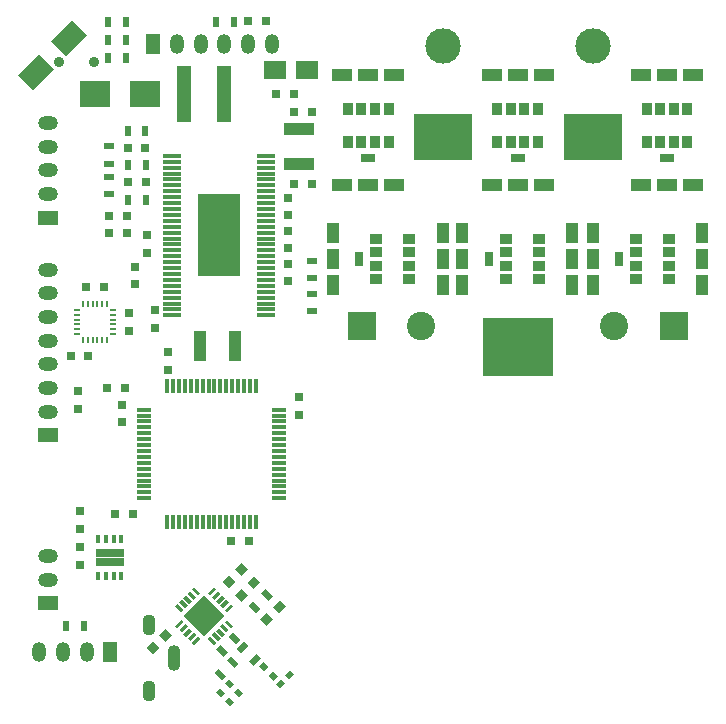
<source format=gts>
%TF.GenerationSoftware,KiCad,Pcbnew,4.0.7*%
%TF.CreationDate,2018-05-13T19:10:34+08:00*%
%TF.ProjectId,VESC_6,564553435F362E6B696361645F706362,A*%
%TF.FileFunction,Soldermask,Top*%
%FSLAX46Y46*%
G04 Gerber Fmt 4.6, Leading zero omitted, Abs format (unit mm)*
G04 Created by KiCad (PCBNEW 4.0.7) date 2018 May 13, Sunday 19:10:34*
%MOMM*%
%LPD*%
G01*
G04 APERTURE LIST*
%ADD10C,0.100000*%
%ADD11R,1.180000X4.700000*%
%ADD12R,1.699260X1.198880*%
%ADD13O,1.699260X1.198880*%
%ADD14R,1.000000X2.500000*%
%ADD15R,1.501140X0.299720*%
%ADD16R,3.599180X7.000240*%
%ADD17R,0.700000X1.300000*%
%ADD18R,1.100000X0.850000*%
%ADD19R,1.100000X1.700000*%
%ADD20R,1.300000X0.700000*%
%ADD21R,0.850000X1.100000*%
%ADD22R,1.700000X1.100000*%
%ADD23C,3.000000*%
%ADD24R,1.198880X1.699260*%
%ADD25O,1.198880X1.699260*%
%ADD26R,0.350000X0.650000*%
%ADD27R,1.200000X0.775000*%
%ADD28O,1.100000X1.800000*%
%ADD29O,1.100000X2.200000*%
%ADD30R,5.000000X4.000000*%
%ADD31R,0.800000X0.750000*%
%ADD32R,0.750000X0.800000*%
%ADD33R,0.900000X0.500000*%
%ADD34R,0.500000X0.900000*%
%ADD35R,2.500000X1.000000*%
%ADD36R,1.950000X1.500000*%
%ADD37R,2.400000X2.400000*%
%ADD38C,2.400000*%
%ADD39R,0.304800X1.193800*%
%ADD40R,1.193800X0.304800*%
%ADD41R,2.500000X2.300000*%
%ADD42R,6.000000X5.000000*%
%ADD43C,0.900000*%
%ADD44O,0.200000X0.550000*%
%ADD45O,0.550000X0.200000*%
G04 APERTURE END LIST*
D10*
D11*
X129532000Y-62230000D03*
X132842000Y-62230000D03*
D12*
X117983000Y-105349040D03*
D13*
X117983000Y-101346000D03*
X117983000Y-103347520D03*
D14*
X133834000Y-83566000D03*
X130834000Y-83566000D03*
D10*
G36*
X127929008Y-107506662D02*
X128459338Y-108036992D01*
X127893652Y-108602678D01*
X127363322Y-108072348D01*
X127929008Y-107506662D01*
X127929008Y-107506662D01*
G37*
G36*
X126868348Y-108567322D02*
X127398678Y-109097652D01*
X126832992Y-109663338D01*
X126302662Y-109133008D01*
X126868348Y-108567322D01*
X126868348Y-108567322D01*
G37*
G36*
X136484992Y-107250338D02*
X135954662Y-106720008D01*
X136520348Y-106154322D01*
X137050678Y-106684652D01*
X136484992Y-107250338D01*
X136484992Y-107250338D01*
G37*
G36*
X137545652Y-106189678D02*
X137015322Y-105659348D01*
X137581008Y-105093662D01*
X138111338Y-105623992D01*
X137545652Y-106189678D01*
X137545652Y-106189678D01*
G37*
G36*
X136405909Y-104130695D02*
X137042305Y-104767091D01*
X136688751Y-105120645D01*
X136052355Y-104484249D01*
X136405909Y-104130695D01*
X136405909Y-104130695D01*
G37*
G36*
X135345249Y-105191355D02*
X135981645Y-105827751D01*
X135628091Y-106181305D01*
X134991695Y-105544909D01*
X135345249Y-105191355D01*
X135345249Y-105191355D01*
G37*
D15*
X136461500Y-76471780D03*
X136461500Y-75971400D03*
X136461500Y-75471020D03*
X136461500Y-74970640D03*
X136461500Y-74470260D03*
X136461500Y-73972420D03*
X136461500Y-73472040D03*
X136461500Y-72971660D03*
X136461500Y-72471280D03*
X136461500Y-71970900D03*
X136461500Y-71470520D03*
X136461500Y-80970120D03*
X136461500Y-80472280D03*
X136461500Y-79971900D03*
X128460500Y-75471020D03*
X136461500Y-78971140D03*
X136461500Y-78470760D03*
X136461500Y-77970380D03*
X136461500Y-77472540D03*
X136461500Y-76972160D03*
X128460500Y-72971660D03*
X128460500Y-73472040D03*
X128460500Y-73972420D03*
X128460500Y-74470260D03*
X128460500Y-74970640D03*
X136461500Y-79471520D03*
X128460500Y-75971400D03*
X128460500Y-76471780D03*
X128460500Y-76972160D03*
X128460500Y-77472540D03*
X128460500Y-77970380D03*
X128460500Y-78470760D03*
X128460500Y-78971140D03*
X128460500Y-67472560D03*
X128460500Y-67970400D03*
X128460500Y-68470780D03*
X128460500Y-68971160D03*
X128460500Y-69471540D03*
X128460500Y-69971920D03*
X128460500Y-70472300D03*
X128460500Y-70970140D03*
X128460500Y-71470520D03*
X128460500Y-71970900D03*
X128460500Y-72471280D03*
X128460500Y-79471520D03*
X128460500Y-79971900D03*
X128460500Y-80472280D03*
X128460500Y-80970120D03*
X136461500Y-70970140D03*
X136461500Y-70472300D03*
X136461500Y-69971920D03*
X136461500Y-69471540D03*
X136461500Y-68971160D03*
X136461500Y-68470780D03*
X136461500Y-67970400D03*
X136461500Y-67472560D03*
D16*
X132461000Y-74168000D03*
D10*
G36*
X133611909Y-107813695D02*
X134248305Y-108450091D01*
X133894751Y-108803645D01*
X133258355Y-108167249D01*
X133611909Y-107813695D01*
X133611909Y-107813695D01*
G37*
G36*
X132551249Y-108874355D02*
X133187645Y-109510751D01*
X132834091Y-109864305D01*
X132197695Y-109227909D01*
X132551249Y-108874355D01*
X132551249Y-108874355D01*
G37*
G36*
X134406008Y-101918662D02*
X134936338Y-102448992D01*
X134370652Y-103014678D01*
X133840322Y-102484348D01*
X134406008Y-101918662D01*
X134406008Y-101918662D01*
G37*
G36*
X133345348Y-102979322D02*
X133875678Y-103509652D01*
X133309992Y-104075338D01*
X132779662Y-103545008D01*
X133345348Y-102979322D01*
X133345348Y-102979322D01*
G37*
D17*
X166334000Y-76200000D03*
D18*
X167734000Y-75625000D03*
X167734000Y-76775000D03*
X170534000Y-76775000D03*
X170534000Y-75625000D03*
X167734000Y-74475000D03*
X170534000Y-74475000D03*
X167734000Y-77925000D03*
X170534000Y-77925000D03*
D19*
X164084000Y-76200000D03*
X164084000Y-74000000D03*
X164084000Y-78400000D03*
X173384000Y-76200000D03*
X173384000Y-78400000D03*
X173384000Y-74000000D03*
D20*
X170393000Y-67694000D03*
D21*
X169818000Y-66294000D03*
X170968000Y-66294000D03*
X170968000Y-63494000D03*
X169818000Y-63494000D03*
X168668000Y-66294000D03*
X168668000Y-63494000D03*
X172118000Y-66294000D03*
X172118000Y-63494000D03*
D22*
X170393000Y-69944000D03*
X168193000Y-69944000D03*
X172593000Y-69944000D03*
X170393000Y-60644000D03*
X172593000Y-60644000D03*
X168193000Y-60644000D03*
D17*
X144334000Y-76200000D03*
D18*
X145734000Y-75625000D03*
X145734000Y-76775000D03*
X148534000Y-76775000D03*
X148534000Y-75625000D03*
X145734000Y-74475000D03*
X148534000Y-74475000D03*
X145734000Y-77925000D03*
X148534000Y-77925000D03*
D19*
X142084000Y-76200000D03*
X142084000Y-74000000D03*
X142084000Y-78400000D03*
X151384000Y-76200000D03*
X151384000Y-78400000D03*
X151384000Y-74000000D03*
D23*
X151384000Y-58166000D03*
X164084000Y-58166000D03*
D10*
G36*
X136026305Y-109989909D02*
X135389909Y-110626305D01*
X135036355Y-110272751D01*
X135672751Y-109636355D01*
X136026305Y-109989909D01*
X136026305Y-109989909D01*
G37*
G36*
X134965645Y-108929249D02*
X134329249Y-109565645D01*
X133975695Y-109212091D01*
X134612091Y-108575695D01*
X134965645Y-108929249D01*
X134965645Y-108929249D01*
G37*
G36*
X132707091Y-111870905D02*
X132070695Y-111234509D01*
X132424249Y-110880955D01*
X133060645Y-111517351D01*
X132707091Y-111870905D01*
X132707091Y-111870905D01*
G37*
G36*
X133767751Y-110810245D02*
X133131355Y-110173849D01*
X133484909Y-109820295D01*
X134121305Y-110456691D01*
X133767751Y-110810245D01*
X133767751Y-110810245D01*
G37*
D24*
X123256040Y-109474000D03*
D25*
X119253000Y-109474000D03*
X121254520Y-109474000D03*
X117254020Y-109474000D03*
D24*
X126898480Y-58039000D03*
D25*
X130901520Y-58039000D03*
X128900000Y-58039000D03*
X132900500Y-58039000D03*
X134902020Y-58039000D03*
X136903540Y-58039000D03*
D13*
X117983000Y-79121000D03*
X117983000Y-81119980D03*
X117983000Y-83121500D03*
D12*
X117983000Y-91127580D03*
D13*
X117983000Y-87124540D03*
X117983000Y-89126060D03*
X117983000Y-85125560D03*
X117983000Y-77122020D03*
D12*
X117983000Y-72710040D03*
D13*
X117983000Y-68707000D03*
X117983000Y-70708520D03*
X117983000Y-66708020D03*
X117983000Y-64706500D03*
D26*
X124200000Y-99916500D03*
X123550000Y-99916500D03*
X122900000Y-99916500D03*
X122250000Y-99916500D03*
X122250000Y-103016500D03*
X122900000Y-103016500D03*
X123550000Y-103016500D03*
X124200000Y-103016500D03*
D27*
X122625000Y-101854000D03*
X123825000Y-101854000D03*
X122625000Y-101079000D03*
X123825000Y-101079000D03*
D10*
G36*
X130144482Y-104177400D02*
X130356614Y-103965268D01*
X130872802Y-104481456D01*
X130660670Y-104693588D01*
X130144482Y-104177400D01*
X130144482Y-104177400D01*
G37*
G36*
X129790929Y-104530954D02*
X130003061Y-104318822D01*
X130519249Y-104835010D01*
X130307117Y-105047142D01*
X129790929Y-104530954D01*
X129790929Y-104530954D01*
G37*
G36*
X129437375Y-104884507D02*
X129649507Y-104672375D01*
X130165695Y-105188563D01*
X129953563Y-105400695D01*
X129437375Y-104884507D01*
X129437375Y-104884507D01*
G37*
G36*
X129083822Y-105238061D02*
X129295954Y-105025929D01*
X129812142Y-105542117D01*
X129600010Y-105754249D01*
X129083822Y-105238061D01*
X129083822Y-105238061D01*
G37*
G36*
X128730268Y-105591614D02*
X128942400Y-105379482D01*
X129458588Y-105895670D01*
X129246456Y-106107802D01*
X128730268Y-105591614D01*
X128730268Y-105591614D01*
G37*
G36*
X128942400Y-107472518D02*
X128730268Y-107260386D01*
X129246456Y-106744198D01*
X129458588Y-106956330D01*
X128942400Y-107472518D01*
X128942400Y-107472518D01*
G37*
G36*
X129295954Y-107826071D02*
X129083822Y-107613939D01*
X129600010Y-107097751D01*
X129812142Y-107309883D01*
X129295954Y-107826071D01*
X129295954Y-107826071D01*
G37*
G36*
X129649507Y-108179625D02*
X129437375Y-107967493D01*
X129953563Y-107451305D01*
X130165695Y-107663437D01*
X129649507Y-108179625D01*
X129649507Y-108179625D01*
G37*
G36*
X130003061Y-108533178D02*
X129790929Y-108321046D01*
X130307117Y-107804858D01*
X130519249Y-108016990D01*
X130003061Y-108533178D01*
X130003061Y-108533178D01*
G37*
G36*
X130356614Y-108886732D02*
X130144482Y-108674600D01*
X130660670Y-108158412D01*
X130872802Y-108370544D01*
X130356614Y-108886732D01*
X130356614Y-108886732D01*
G37*
G36*
X131509198Y-108370544D02*
X131721330Y-108158412D01*
X132237518Y-108674600D01*
X132025386Y-108886732D01*
X131509198Y-108370544D01*
X131509198Y-108370544D01*
G37*
G36*
X131862751Y-108016990D02*
X132074883Y-107804858D01*
X132591071Y-108321046D01*
X132378939Y-108533178D01*
X131862751Y-108016990D01*
X131862751Y-108016990D01*
G37*
G36*
X132216305Y-107663437D02*
X132428437Y-107451305D01*
X132944625Y-107967493D01*
X132732493Y-108179625D01*
X132216305Y-107663437D01*
X132216305Y-107663437D01*
G37*
G36*
X132569858Y-107309883D02*
X132781990Y-107097751D01*
X133298178Y-107613939D01*
X133086046Y-107826071D01*
X132569858Y-107309883D01*
X132569858Y-107309883D01*
G37*
G36*
X132923412Y-106956330D02*
X133135544Y-106744198D01*
X133651732Y-107260386D01*
X133439600Y-107472518D01*
X132923412Y-106956330D01*
X132923412Y-106956330D01*
G37*
G36*
X133135544Y-106107802D02*
X132923412Y-105895670D01*
X133439600Y-105379482D01*
X133651732Y-105591614D01*
X133135544Y-106107802D01*
X133135544Y-106107802D01*
G37*
G36*
X132781990Y-105754249D02*
X132569858Y-105542117D01*
X133086046Y-105025929D01*
X133298178Y-105238061D01*
X132781990Y-105754249D01*
X132781990Y-105754249D01*
G37*
G36*
X132428437Y-105400695D02*
X132216305Y-105188563D01*
X132732493Y-104672375D01*
X132944625Y-104884507D01*
X132428437Y-105400695D01*
X132428437Y-105400695D01*
G37*
G36*
X132074883Y-105047142D02*
X131862751Y-104835010D01*
X132378939Y-104318822D01*
X132591071Y-104530954D01*
X132074883Y-105047142D01*
X132074883Y-105047142D01*
G37*
G36*
X131721330Y-104693588D02*
X131509198Y-104481456D01*
X132025386Y-103965268D01*
X132237518Y-104177400D01*
X131721330Y-104693588D01*
X131721330Y-104693588D01*
G37*
G36*
X130307117Y-107309883D02*
X131191000Y-106426000D01*
X132074883Y-107309883D01*
X131191000Y-108193766D01*
X130307117Y-107309883D01*
X130307117Y-107309883D01*
G37*
G36*
X131191000Y-106426000D02*
X132074883Y-105542117D01*
X132958766Y-106426000D01*
X132074883Y-107309883D01*
X131191000Y-106426000D01*
X131191000Y-106426000D01*
G37*
G36*
X129423234Y-106426000D02*
X130307117Y-105542117D01*
X131191000Y-106426000D01*
X130307117Y-107309883D01*
X129423234Y-106426000D01*
X129423234Y-106426000D01*
G37*
G36*
X130307117Y-105542117D02*
X131191000Y-104658234D01*
X132074883Y-105542117D01*
X131191000Y-106426000D01*
X130307117Y-105542117D01*
X130307117Y-105542117D01*
G37*
D20*
X145087000Y-67678000D03*
D21*
X144512000Y-66278000D03*
X145662000Y-66278000D03*
X145662000Y-63478000D03*
X144512000Y-63478000D03*
X143362000Y-66278000D03*
X143362000Y-63478000D03*
X146812000Y-66278000D03*
X146812000Y-63478000D03*
D22*
X145087000Y-69928000D03*
X142887000Y-69928000D03*
X147287000Y-69928000D03*
X145087000Y-60628000D03*
X147287000Y-60628000D03*
X142887000Y-60628000D03*
D17*
X155321000Y-76200000D03*
D18*
X156721000Y-75625000D03*
X156721000Y-76775000D03*
X159521000Y-76775000D03*
X159521000Y-75625000D03*
X156721000Y-74475000D03*
X159521000Y-74475000D03*
X156721000Y-77925000D03*
X159521000Y-77925000D03*
D19*
X153071000Y-76200000D03*
X153071000Y-74000000D03*
X153071000Y-78400000D03*
X162371000Y-76200000D03*
X162371000Y-78400000D03*
X162371000Y-74000000D03*
D20*
X157734000Y-67678000D03*
D21*
X157159000Y-66278000D03*
X158309000Y-66278000D03*
X158309000Y-63478000D03*
X157159000Y-63478000D03*
X156009000Y-66278000D03*
X156009000Y-63478000D03*
X159459000Y-66278000D03*
X159459000Y-63478000D03*
D22*
X157734000Y-69928000D03*
X155534000Y-69928000D03*
X159934000Y-69928000D03*
X157734000Y-60628000D03*
X159934000Y-60628000D03*
X155534000Y-60628000D03*
D28*
X126492000Y-107176000D03*
X126492000Y-112776000D03*
D29*
X128642000Y-109976000D03*
D30*
X151384000Y-65913000D03*
X164084000Y-65913000D03*
D31*
X133489000Y-100076000D03*
X134989000Y-100076000D03*
D32*
X124269500Y-90031000D03*
X124269500Y-88531000D03*
X128143000Y-85586000D03*
X128143000Y-84086000D03*
X120523000Y-88888000D03*
X120523000Y-87388000D03*
D31*
X123646500Y-97790000D03*
X125146500Y-97790000D03*
D32*
X139192000Y-87908000D03*
X139192000Y-89408000D03*
D31*
X124625800Y-72593200D03*
X123125800Y-72593200D03*
X124625800Y-74041000D03*
X123125800Y-74041000D03*
X126251400Y-69723000D03*
X124751400Y-69723000D03*
D32*
X125349000Y-78347000D03*
X125349000Y-76847000D03*
D31*
X124726000Y-66802000D03*
X126226000Y-66802000D03*
D32*
X126365000Y-74180000D03*
X126365000Y-75680000D03*
X127000000Y-80530000D03*
X127000000Y-82030000D03*
D31*
X140323000Y-63754000D03*
X138823000Y-63754000D03*
D32*
X138303000Y-71005000D03*
X138303000Y-72505000D03*
X138303000Y-73799000D03*
X138303000Y-75299000D03*
X138303000Y-76593000D03*
X138303000Y-78093000D03*
D31*
X140323000Y-69850000D03*
X138823000Y-69850000D03*
X137299000Y-62230000D03*
X138799000Y-62230000D03*
D32*
X120650000Y-97548000D03*
X120650000Y-99048000D03*
X120650000Y-102096000D03*
X120650000Y-100596000D03*
D31*
X124511500Y-87122000D03*
X123011500Y-87122000D03*
D10*
G36*
X134325992Y-105218338D02*
X133795662Y-104688008D01*
X134361348Y-104122322D01*
X134891678Y-104652652D01*
X134325992Y-105218338D01*
X134325992Y-105218338D01*
G37*
G36*
X135386652Y-104157678D02*
X134856322Y-103627348D01*
X135422008Y-103061662D01*
X135952338Y-103591992D01*
X135386652Y-104157678D01*
X135386652Y-104157678D01*
G37*
D31*
X134936800Y-56083200D03*
X136436800Y-56083200D03*
D32*
X124841000Y-80784000D03*
X124841000Y-82284000D03*
D31*
X122682000Y-78613000D03*
X121182000Y-78613000D03*
X121400000Y-84455000D03*
X119900000Y-84455000D03*
D33*
X123113800Y-70727000D03*
X123113800Y-69227000D03*
X123113800Y-68136200D03*
X123113800Y-66636200D03*
D34*
X124751400Y-68249800D03*
X126251400Y-68249800D03*
X124751400Y-71196200D03*
X126251400Y-71196200D03*
X124726000Y-65354200D03*
X126226000Y-65354200D03*
X119519000Y-107315000D03*
X121019000Y-107315000D03*
X133719000Y-56134000D03*
X132219000Y-56134000D03*
X124575000Y-56134000D03*
X123075000Y-56134000D03*
X124575000Y-57658000D03*
X123075000Y-57658000D03*
X124575000Y-59182000D03*
X123075000Y-59182000D03*
D35*
X139192000Y-68175000D03*
X139192000Y-65175000D03*
D10*
G36*
X116702299Y-61862494D02*
X115429506Y-60589701D01*
X117197273Y-58821934D01*
X118470066Y-60094727D01*
X116702299Y-61862494D01*
X116702299Y-61862494D01*
G37*
G36*
X119530727Y-59034066D02*
X118257934Y-57761273D01*
X120025701Y-55993506D01*
X121298494Y-57266299D01*
X119530727Y-59034066D01*
X119530727Y-59034066D01*
G37*
D36*
X137182000Y-60198000D03*
X139932000Y-60198000D03*
D10*
G36*
X132191182Y-112859736D02*
X132544736Y-112506182D01*
X132969000Y-112930446D01*
X132615446Y-113284000D01*
X132191182Y-112859736D01*
X132191182Y-112859736D01*
G37*
G36*
X132969000Y-113637554D02*
X133322554Y-113284000D01*
X133746818Y-113708264D01*
X133393264Y-114061818D01*
X132969000Y-113637554D01*
X132969000Y-113637554D01*
G37*
G36*
X132953182Y-112097736D02*
X133306736Y-111744182D01*
X133731000Y-112168446D01*
X133377446Y-112522000D01*
X132953182Y-112097736D01*
X132953182Y-112097736D01*
G37*
G36*
X133731000Y-112875554D02*
X134084554Y-112522000D01*
X134508818Y-112946264D01*
X134155264Y-113299818D01*
X133731000Y-112875554D01*
X133731000Y-112875554D01*
G37*
G36*
X137429818Y-111549264D02*
X137076264Y-111902818D01*
X136652000Y-111478554D01*
X137005554Y-111125000D01*
X137429818Y-111549264D01*
X137429818Y-111549264D01*
G37*
G36*
X136652000Y-110771446D02*
X136298446Y-111125000D01*
X135874182Y-110700736D01*
X136227736Y-110347182D01*
X136652000Y-110771446D01*
X136652000Y-110771446D01*
G37*
G36*
X137624736Y-112537818D02*
X137271182Y-112184264D01*
X137695446Y-111760000D01*
X138049000Y-112113554D01*
X137624736Y-112537818D01*
X137624736Y-112537818D01*
G37*
G36*
X138402554Y-111760000D02*
X138049000Y-111406446D01*
X138473264Y-110982182D01*
X138826818Y-111335736D01*
X138402554Y-111760000D01*
X138402554Y-111760000D01*
G37*
D33*
X140335000Y-76339000D03*
X140335000Y-77839000D03*
X140335000Y-79133000D03*
X140335000Y-80633000D03*
D37*
X170942000Y-81915000D03*
D38*
X165942000Y-81915000D03*
D37*
X144526000Y-81915000D03*
D38*
X149526000Y-81915000D03*
D39*
X135576000Y-86960001D03*
X135076001Y-86960001D03*
X134576000Y-86960001D03*
X134076001Y-86960001D03*
X133575999Y-86960001D03*
X133076000Y-86960001D03*
X132576001Y-86960001D03*
X132076000Y-86960001D03*
X131576000Y-86960001D03*
X131075999Y-86960001D03*
X130576000Y-86960001D03*
X130076001Y-86960001D03*
X129575999Y-86960001D03*
X129076000Y-86960001D03*
X128575999Y-86960001D03*
X128076000Y-86960001D03*
D40*
X126076001Y-88960000D03*
X126076001Y-89459999D03*
X126076001Y-89960000D03*
X126076001Y-90459999D03*
X126076001Y-90960001D03*
X126076001Y-91460000D03*
X126076001Y-91959999D03*
X126076001Y-92460000D03*
X126076001Y-92960000D03*
X126076001Y-93460001D03*
X126076001Y-93960000D03*
X126076001Y-94459999D03*
X126076001Y-94960001D03*
X126076001Y-95460000D03*
X126076001Y-95960001D03*
X126076001Y-96460000D03*
D39*
X128076000Y-98459999D03*
X128575999Y-98459999D03*
X129076000Y-98459999D03*
X129575999Y-98459999D03*
X130076001Y-98459999D03*
X130576000Y-98459999D03*
X131075999Y-98459999D03*
X131576000Y-98459999D03*
X132076000Y-98459999D03*
X132576001Y-98459999D03*
X133076000Y-98459999D03*
X133575999Y-98459999D03*
X134076001Y-98459999D03*
X134576000Y-98459999D03*
X135076001Y-98459999D03*
X135576000Y-98459999D03*
D40*
X137575999Y-96460000D03*
X137575999Y-95960001D03*
X137575999Y-95460000D03*
X137575999Y-94960001D03*
X137575999Y-94459999D03*
X137575999Y-93960000D03*
X137575999Y-93460001D03*
X137575999Y-92960000D03*
X137575999Y-92460000D03*
X137575999Y-91959999D03*
X137575999Y-91460000D03*
X137575999Y-90960001D03*
X137575999Y-90459999D03*
X137575999Y-89960000D03*
X137575999Y-89459999D03*
X137575999Y-88960000D03*
D41*
X126229000Y-62230000D03*
X121929000Y-62230000D03*
D42*
X157734000Y-83693000D03*
D43*
X118896000Y-59492000D03*
X121896000Y-59492000D03*
D44*
X120965000Y-83034000D03*
X121365000Y-83034000D03*
X121765000Y-83034000D03*
X122165000Y-83034000D03*
X122565000Y-83034000D03*
X122965000Y-83034000D03*
D45*
X123465000Y-82534000D03*
X123465000Y-82134000D03*
X123465000Y-81734000D03*
X123465000Y-81334000D03*
X123465000Y-80934000D03*
X123465000Y-80534000D03*
D44*
X122965000Y-80034000D03*
X122565000Y-80034000D03*
X122165000Y-80034000D03*
X121765000Y-80034000D03*
X121365000Y-80034000D03*
X120965000Y-80034000D03*
D45*
X120465000Y-80534000D03*
X120465000Y-80934000D03*
X120465000Y-81334000D03*
X120465000Y-81734000D03*
X120465000Y-82134000D03*
X120465000Y-82534000D03*
M02*

</source>
